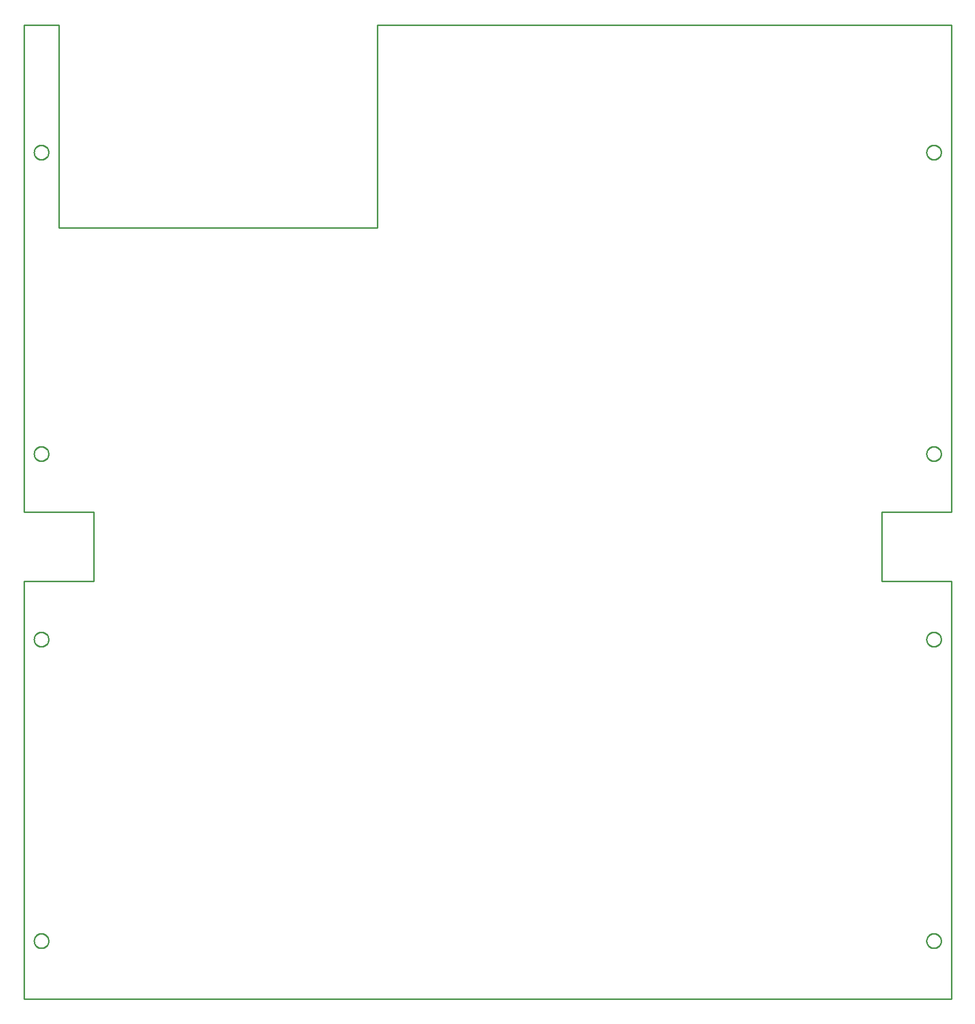
<source format=gko>
G04 EAGLE Gerber RS-274X export*
G75*
%MOMM*%
%FSLAX34Y34*%
%LPD*%
%INBoard Outline*%
%IPPOS*%
%AMOC8*
5,1,8,0,0,1.08239X$1,22.5*%
G01*
%ADD10C,0.000000*%
%ADD11C,0.152400*%
%ADD12C,0.254000*%


D10*
X1557500Y1460000D02*
X1557504Y1460307D01*
X1557515Y1460613D01*
X1557534Y1460920D01*
X1557560Y1461225D01*
X1557594Y1461530D01*
X1557635Y1461834D01*
X1557684Y1462137D01*
X1557740Y1462439D01*
X1557804Y1462739D01*
X1557875Y1463037D01*
X1557953Y1463334D01*
X1558038Y1463629D01*
X1558131Y1463921D01*
X1558231Y1464211D01*
X1558338Y1464499D01*
X1558452Y1464784D01*
X1558572Y1465066D01*
X1558700Y1465344D01*
X1558835Y1465620D01*
X1558976Y1465892D01*
X1559124Y1466161D01*
X1559278Y1466426D01*
X1559439Y1466687D01*
X1559607Y1466945D01*
X1559780Y1467198D01*
X1559960Y1467446D01*
X1560146Y1467690D01*
X1560337Y1467930D01*
X1560535Y1468165D01*
X1560738Y1468394D01*
X1560947Y1468619D01*
X1561161Y1468839D01*
X1561381Y1469053D01*
X1561606Y1469262D01*
X1561835Y1469465D01*
X1562070Y1469663D01*
X1562310Y1469854D01*
X1562554Y1470040D01*
X1562802Y1470220D01*
X1563055Y1470393D01*
X1563313Y1470561D01*
X1563574Y1470722D01*
X1563839Y1470876D01*
X1564108Y1471024D01*
X1564380Y1471165D01*
X1564656Y1471300D01*
X1564934Y1471428D01*
X1565216Y1471548D01*
X1565501Y1471662D01*
X1565789Y1471769D01*
X1566079Y1471869D01*
X1566371Y1471962D01*
X1566666Y1472047D01*
X1566963Y1472125D01*
X1567261Y1472196D01*
X1567561Y1472260D01*
X1567863Y1472316D01*
X1568166Y1472365D01*
X1568470Y1472406D01*
X1568775Y1472440D01*
X1569080Y1472466D01*
X1569387Y1472485D01*
X1569693Y1472496D01*
X1570000Y1472500D01*
X1570307Y1472496D01*
X1570613Y1472485D01*
X1570920Y1472466D01*
X1571225Y1472440D01*
X1571530Y1472406D01*
X1571834Y1472365D01*
X1572137Y1472316D01*
X1572439Y1472260D01*
X1572739Y1472196D01*
X1573037Y1472125D01*
X1573334Y1472047D01*
X1573629Y1471962D01*
X1573921Y1471869D01*
X1574211Y1471769D01*
X1574499Y1471662D01*
X1574784Y1471548D01*
X1575066Y1471428D01*
X1575344Y1471300D01*
X1575620Y1471165D01*
X1575892Y1471024D01*
X1576161Y1470876D01*
X1576426Y1470722D01*
X1576687Y1470561D01*
X1576945Y1470393D01*
X1577198Y1470220D01*
X1577446Y1470040D01*
X1577690Y1469854D01*
X1577930Y1469663D01*
X1578165Y1469465D01*
X1578394Y1469262D01*
X1578619Y1469053D01*
X1578839Y1468839D01*
X1579053Y1468619D01*
X1579262Y1468394D01*
X1579465Y1468165D01*
X1579663Y1467930D01*
X1579854Y1467690D01*
X1580040Y1467446D01*
X1580220Y1467198D01*
X1580393Y1466945D01*
X1580561Y1466687D01*
X1580722Y1466426D01*
X1580876Y1466161D01*
X1581024Y1465892D01*
X1581165Y1465620D01*
X1581300Y1465344D01*
X1581428Y1465066D01*
X1581548Y1464784D01*
X1581662Y1464499D01*
X1581769Y1464211D01*
X1581869Y1463921D01*
X1581962Y1463629D01*
X1582047Y1463334D01*
X1582125Y1463037D01*
X1582196Y1462739D01*
X1582260Y1462439D01*
X1582316Y1462137D01*
X1582365Y1461834D01*
X1582406Y1461530D01*
X1582440Y1461225D01*
X1582466Y1460920D01*
X1582485Y1460613D01*
X1582496Y1460307D01*
X1582500Y1460000D01*
X1582496Y1459693D01*
X1582485Y1459387D01*
X1582466Y1459080D01*
X1582440Y1458775D01*
X1582406Y1458470D01*
X1582365Y1458166D01*
X1582316Y1457863D01*
X1582260Y1457561D01*
X1582196Y1457261D01*
X1582125Y1456963D01*
X1582047Y1456666D01*
X1581962Y1456371D01*
X1581869Y1456079D01*
X1581769Y1455789D01*
X1581662Y1455501D01*
X1581548Y1455216D01*
X1581428Y1454934D01*
X1581300Y1454656D01*
X1581165Y1454380D01*
X1581024Y1454108D01*
X1580876Y1453839D01*
X1580722Y1453574D01*
X1580561Y1453313D01*
X1580393Y1453055D01*
X1580220Y1452802D01*
X1580040Y1452554D01*
X1579854Y1452310D01*
X1579663Y1452070D01*
X1579465Y1451835D01*
X1579262Y1451606D01*
X1579053Y1451381D01*
X1578839Y1451161D01*
X1578619Y1450947D01*
X1578394Y1450738D01*
X1578165Y1450535D01*
X1577930Y1450337D01*
X1577690Y1450146D01*
X1577446Y1449960D01*
X1577198Y1449780D01*
X1576945Y1449607D01*
X1576687Y1449439D01*
X1576426Y1449278D01*
X1576161Y1449124D01*
X1575892Y1448976D01*
X1575620Y1448835D01*
X1575344Y1448700D01*
X1575066Y1448572D01*
X1574784Y1448452D01*
X1574499Y1448338D01*
X1574211Y1448231D01*
X1573921Y1448131D01*
X1573629Y1448038D01*
X1573334Y1447953D01*
X1573037Y1447875D01*
X1572739Y1447804D01*
X1572439Y1447740D01*
X1572137Y1447684D01*
X1571834Y1447635D01*
X1571530Y1447594D01*
X1571225Y1447560D01*
X1570920Y1447534D01*
X1570613Y1447515D01*
X1570307Y1447504D01*
X1570000Y1447500D01*
X1569693Y1447504D01*
X1569387Y1447515D01*
X1569080Y1447534D01*
X1568775Y1447560D01*
X1568470Y1447594D01*
X1568166Y1447635D01*
X1567863Y1447684D01*
X1567561Y1447740D01*
X1567261Y1447804D01*
X1566963Y1447875D01*
X1566666Y1447953D01*
X1566371Y1448038D01*
X1566079Y1448131D01*
X1565789Y1448231D01*
X1565501Y1448338D01*
X1565216Y1448452D01*
X1564934Y1448572D01*
X1564656Y1448700D01*
X1564380Y1448835D01*
X1564108Y1448976D01*
X1563839Y1449124D01*
X1563574Y1449278D01*
X1563313Y1449439D01*
X1563055Y1449607D01*
X1562802Y1449780D01*
X1562554Y1449960D01*
X1562310Y1450146D01*
X1562070Y1450337D01*
X1561835Y1450535D01*
X1561606Y1450738D01*
X1561381Y1450947D01*
X1561161Y1451161D01*
X1560947Y1451381D01*
X1560738Y1451606D01*
X1560535Y1451835D01*
X1560337Y1452070D01*
X1560146Y1452310D01*
X1559960Y1452554D01*
X1559780Y1452802D01*
X1559607Y1453055D01*
X1559439Y1453313D01*
X1559278Y1453574D01*
X1559124Y1453839D01*
X1558976Y1454108D01*
X1558835Y1454380D01*
X1558700Y1454656D01*
X1558572Y1454934D01*
X1558452Y1455216D01*
X1558338Y1455501D01*
X1558231Y1455789D01*
X1558131Y1456079D01*
X1558038Y1456371D01*
X1557953Y1456666D01*
X1557875Y1456963D01*
X1557804Y1457261D01*
X1557740Y1457561D01*
X1557684Y1457863D01*
X1557635Y1458166D01*
X1557594Y1458470D01*
X1557560Y1458775D01*
X1557534Y1459080D01*
X1557515Y1459387D01*
X1557504Y1459693D01*
X1557500Y1460000D01*
X17500Y1460000D02*
X17504Y1460307D01*
X17515Y1460613D01*
X17534Y1460920D01*
X17560Y1461225D01*
X17594Y1461530D01*
X17635Y1461834D01*
X17684Y1462137D01*
X17740Y1462439D01*
X17804Y1462739D01*
X17875Y1463037D01*
X17953Y1463334D01*
X18038Y1463629D01*
X18131Y1463921D01*
X18231Y1464211D01*
X18338Y1464499D01*
X18452Y1464784D01*
X18572Y1465066D01*
X18700Y1465344D01*
X18835Y1465620D01*
X18976Y1465892D01*
X19124Y1466161D01*
X19278Y1466426D01*
X19439Y1466687D01*
X19607Y1466945D01*
X19780Y1467198D01*
X19960Y1467446D01*
X20146Y1467690D01*
X20337Y1467930D01*
X20535Y1468165D01*
X20738Y1468394D01*
X20947Y1468619D01*
X21161Y1468839D01*
X21381Y1469053D01*
X21606Y1469262D01*
X21835Y1469465D01*
X22070Y1469663D01*
X22310Y1469854D01*
X22554Y1470040D01*
X22802Y1470220D01*
X23055Y1470393D01*
X23313Y1470561D01*
X23574Y1470722D01*
X23839Y1470876D01*
X24108Y1471024D01*
X24380Y1471165D01*
X24656Y1471300D01*
X24934Y1471428D01*
X25216Y1471548D01*
X25501Y1471662D01*
X25789Y1471769D01*
X26079Y1471869D01*
X26371Y1471962D01*
X26666Y1472047D01*
X26963Y1472125D01*
X27261Y1472196D01*
X27561Y1472260D01*
X27863Y1472316D01*
X28166Y1472365D01*
X28470Y1472406D01*
X28775Y1472440D01*
X29080Y1472466D01*
X29387Y1472485D01*
X29693Y1472496D01*
X30000Y1472500D01*
X30307Y1472496D01*
X30613Y1472485D01*
X30920Y1472466D01*
X31225Y1472440D01*
X31530Y1472406D01*
X31834Y1472365D01*
X32137Y1472316D01*
X32439Y1472260D01*
X32739Y1472196D01*
X33037Y1472125D01*
X33334Y1472047D01*
X33629Y1471962D01*
X33921Y1471869D01*
X34211Y1471769D01*
X34499Y1471662D01*
X34784Y1471548D01*
X35066Y1471428D01*
X35344Y1471300D01*
X35620Y1471165D01*
X35892Y1471024D01*
X36161Y1470876D01*
X36426Y1470722D01*
X36687Y1470561D01*
X36945Y1470393D01*
X37198Y1470220D01*
X37446Y1470040D01*
X37690Y1469854D01*
X37930Y1469663D01*
X38165Y1469465D01*
X38394Y1469262D01*
X38619Y1469053D01*
X38839Y1468839D01*
X39053Y1468619D01*
X39262Y1468394D01*
X39465Y1468165D01*
X39663Y1467930D01*
X39854Y1467690D01*
X40040Y1467446D01*
X40220Y1467198D01*
X40393Y1466945D01*
X40561Y1466687D01*
X40722Y1466426D01*
X40876Y1466161D01*
X41024Y1465892D01*
X41165Y1465620D01*
X41300Y1465344D01*
X41428Y1465066D01*
X41548Y1464784D01*
X41662Y1464499D01*
X41769Y1464211D01*
X41869Y1463921D01*
X41962Y1463629D01*
X42047Y1463334D01*
X42125Y1463037D01*
X42196Y1462739D01*
X42260Y1462439D01*
X42316Y1462137D01*
X42365Y1461834D01*
X42406Y1461530D01*
X42440Y1461225D01*
X42466Y1460920D01*
X42485Y1460613D01*
X42496Y1460307D01*
X42500Y1460000D01*
X42496Y1459693D01*
X42485Y1459387D01*
X42466Y1459080D01*
X42440Y1458775D01*
X42406Y1458470D01*
X42365Y1458166D01*
X42316Y1457863D01*
X42260Y1457561D01*
X42196Y1457261D01*
X42125Y1456963D01*
X42047Y1456666D01*
X41962Y1456371D01*
X41869Y1456079D01*
X41769Y1455789D01*
X41662Y1455501D01*
X41548Y1455216D01*
X41428Y1454934D01*
X41300Y1454656D01*
X41165Y1454380D01*
X41024Y1454108D01*
X40876Y1453839D01*
X40722Y1453574D01*
X40561Y1453313D01*
X40393Y1453055D01*
X40220Y1452802D01*
X40040Y1452554D01*
X39854Y1452310D01*
X39663Y1452070D01*
X39465Y1451835D01*
X39262Y1451606D01*
X39053Y1451381D01*
X38839Y1451161D01*
X38619Y1450947D01*
X38394Y1450738D01*
X38165Y1450535D01*
X37930Y1450337D01*
X37690Y1450146D01*
X37446Y1449960D01*
X37198Y1449780D01*
X36945Y1449607D01*
X36687Y1449439D01*
X36426Y1449278D01*
X36161Y1449124D01*
X35892Y1448976D01*
X35620Y1448835D01*
X35344Y1448700D01*
X35066Y1448572D01*
X34784Y1448452D01*
X34499Y1448338D01*
X34211Y1448231D01*
X33921Y1448131D01*
X33629Y1448038D01*
X33334Y1447953D01*
X33037Y1447875D01*
X32739Y1447804D01*
X32439Y1447740D01*
X32137Y1447684D01*
X31834Y1447635D01*
X31530Y1447594D01*
X31225Y1447560D01*
X30920Y1447534D01*
X30613Y1447515D01*
X30307Y1447504D01*
X30000Y1447500D01*
X29693Y1447504D01*
X29387Y1447515D01*
X29080Y1447534D01*
X28775Y1447560D01*
X28470Y1447594D01*
X28166Y1447635D01*
X27863Y1447684D01*
X27561Y1447740D01*
X27261Y1447804D01*
X26963Y1447875D01*
X26666Y1447953D01*
X26371Y1448038D01*
X26079Y1448131D01*
X25789Y1448231D01*
X25501Y1448338D01*
X25216Y1448452D01*
X24934Y1448572D01*
X24656Y1448700D01*
X24380Y1448835D01*
X24108Y1448976D01*
X23839Y1449124D01*
X23574Y1449278D01*
X23313Y1449439D01*
X23055Y1449607D01*
X22802Y1449780D01*
X22554Y1449960D01*
X22310Y1450146D01*
X22070Y1450337D01*
X21835Y1450535D01*
X21606Y1450738D01*
X21381Y1450947D01*
X21161Y1451161D01*
X20947Y1451381D01*
X20738Y1451606D01*
X20535Y1451835D01*
X20337Y1452070D01*
X20146Y1452310D01*
X19960Y1452554D01*
X19780Y1452802D01*
X19607Y1453055D01*
X19439Y1453313D01*
X19278Y1453574D01*
X19124Y1453839D01*
X18976Y1454108D01*
X18835Y1454380D01*
X18700Y1454656D01*
X18572Y1454934D01*
X18452Y1455216D01*
X18338Y1455501D01*
X18231Y1455789D01*
X18131Y1456079D01*
X18038Y1456371D01*
X17953Y1456666D01*
X17875Y1456963D01*
X17804Y1457261D01*
X17740Y1457561D01*
X17684Y1457863D01*
X17635Y1458166D01*
X17594Y1458470D01*
X17560Y1458775D01*
X17534Y1459080D01*
X17515Y1459387D01*
X17504Y1459693D01*
X17500Y1460000D01*
X1557500Y940000D02*
X1557504Y940307D01*
X1557515Y940613D01*
X1557534Y940920D01*
X1557560Y941225D01*
X1557594Y941530D01*
X1557635Y941834D01*
X1557684Y942137D01*
X1557740Y942439D01*
X1557804Y942739D01*
X1557875Y943037D01*
X1557953Y943334D01*
X1558038Y943629D01*
X1558131Y943921D01*
X1558231Y944211D01*
X1558338Y944499D01*
X1558452Y944784D01*
X1558572Y945066D01*
X1558700Y945344D01*
X1558835Y945620D01*
X1558976Y945892D01*
X1559124Y946161D01*
X1559278Y946426D01*
X1559439Y946687D01*
X1559607Y946945D01*
X1559780Y947198D01*
X1559960Y947446D01*
X1560146Y947690D01*
X1560337Y947930D01*
X1560535Y948165D01*
X1560738Y948394D01*
X1560947Y948619D01*
X1561161Y948839D01*
X1561381Y949053D01*
X1561606Y949262D01*
X1561835Y949465D01*
X1562070Y949663D01*
X1562310Y949854D01*
X1562554Y950040D01*
X1562802Y950220D01*
X1563055Y950393D01*
X1563313Y950561D01*
X1563574Y950722D01*
X1563839Y950876D01*
X1564108Y951024D01*
X1564380Y951165D01*
X1564656Y951300D01*
X1564934Y951428D01*
X1565216Y951548D01*
X1565501Y951662D01*
X1565789Y951769D01*
X1566079Y951869D01*
X1566371Y951962D01*
X1566666Y952047D01*
X1566963Y952125D01*
X1567261Y952196D01*
X1567561Y952260D01*
X1567863Y952316D01*
X1568166Y952365D01*
X1568470Y952406D01*
X1568775Y952440D01*
X1569080Y952466D01*
X1569387Y952485D01*
X1569693Y952496D01*
X1570000Y952500D01*
X1570307Y952496D01*
X1570613Y952485D01*
X1570920Y952466D01*
X1571225Y952440D01*
X1571530Y952406D01*
X1571834Y952365D01*
X1572137Y952316D01*
X1572439Y952260D01*
X1572739Y952196D01*
X1573037Y952125D01*
X1573334Y952047D01*
X1573629Y951962D01*
X1573921Y951869D01*
X1574211Y951769D01*
X1574499Y951662D01*
X1574784Y951548D01*
X1575066Y951428D01*
X1575344Y951300D01*
X1575620Y951165D01*
X1575892Y951024D01*
X1576161Y950876D01*
X1576426Y950722D01*
X1576687Y950561D01*
X1576945Y950393D01*
X1577198Y950220D01*
X1577446Y950040D01*
X1577690Y949854D01*
X1577930Y949663D01*
X1578165Y949465D01*
X1578394Y949262D01*
X1578619Y949053D01*
X1578839Y948839D01*
X1579053Y948619D01*
X1579262Y948394D01*
X1579465Y948165D01*
X1579663Y947930D01*
X1579854Y947690D01*
X1580040Y947446D01*
X1580220Y947198D01*
X1580393Y946945D01*
X1580561Y946687D01*
X1580722Y946426D01*
X1580876Y946161D01*
X1581024Y945892D01*
X1581165Y945620D01*
X1581300Y945344D01*
X1581428Y945066D01*
X1581548Y944784D01*
X1581662Y944499D01*
X1581769Y944211D01*
X1581869Y943921D01*
X1581962Y943629D01*
X1582047Y943334D01*
X1582125Y943037D01*
X1582196Y942739D01*
X1582260Y942439D01*
X1582316Y942137D01*
X1582365Y941834D01*
X1582406Y941530D01*
X1582440Y941225D01*
X1582466Y940920D01*
X1582485Y940613D01*
X1582496Y940307D01*
X1582500Y940000D01*
X1582496Y939693D01*
X1582485Y939387D01*
X1582466Y939080D01*
X1582440Y938775D01*
X1582406Y938470D01*
X1582365Y938166D01*
X1582316Y937863D01*
X1582260Y937561D01*
X1582196Y937261D01*
X1582125Y936963D01*
X1582047Y936666D01*
X1581962Y936371D01*
X1581869Y936079D01*
X1581769Y935789D01*
X1581662Y935501D01*
X1581548Y935216D01*
X1581428Y934934D01*
X1581300Y934656D01*
X1581165Y934380D01*
X1581024Y934108D01*
X1580876Y933839D01*
X1580722Y933574D01*
X1580561Y933313D01*
X1580393Y933055D01*
X1580220Y932802D01*
X1580040Y932554D01*
X1579854Y932310D01*
X1579663Y932070D01*
X1579465Y931835D01*
X1579262Y931606D01*
X1579053Y931381D01*
X1578839Y931161D01*
X1578619Y930947D01*
X1578394Y930738D01*
X1578165Y930535D01*
X1577930Y930337D01*
X1577690Y930146D01*
X1577446Y929960D01*
X1577198Y929780D01*
X1576945Y929607D01*
X1576687Y929439D01*
X1576426Y929278D01*
X1576161Y929124D01*
X1575892Y928976D01*
X1575620Y928835D01*
X1575344Y928700D01*
X1575066Y928572D01*
X1574784Y928452D01*
X1574499Y928338D01*
X1574211Y928231D01*
X1573921Y928131D01*
X1573629Y928038D01*
X1573334Y927953D01*
X1573037Y927875D01*
X1572739Y927804D01*
X1572439Y927740D01*
X1572137Y927684D01*
X1571834Y927635D01*
X1571530Y927594D01*
X1571225Y927560D01*
X1570920Y927534D01*
X1570613Y927515D01*
X1570307Y927504D01*
X1570000Y927500D01*
X1569693Y927504D01*
X1569387Y927515D01*
X1569080Y927534D01*
X1568775Y927560D01*
X1568470Y927594D01*
X1568166Y927635D01*
X1567863Y927684D01*
X1567561Y927740D01*
X1567261Y927804D01*
X1566963Y927875D01*
X1566666Y927953D01*
X1566371Y928038D01*
X1566079Y928131D01*
X1565789Y928231D01*
X1565501Y928338D01*
X1565216Y928452D01*
X1564934Y928572D01*
X1564656Y928700D01*
X1564380Y928835D01*
X1564108Y928976D01*
X1563839Y929124D01*
X1563574Y929278D01*
X1563313Y929439D01*
X1563055Y929607D01*
X1562802Y929780D01*
X1562554Y929960D01*
X1562310Y930146D01*
X1562070Y930337D01*
X1561835Y930535D01*
X1561606Y930738D01*
X1561381Y930947D01*
X1561161Y931161D01*
X1560947Y931381D01*
X1560738Y931606D01*
X1560535Y931835D01*
X1560337Y932070D01*
X1560146Y932310D01*
X1559960Y932554D01*
X1559780Y932802D01*
X1559607Y933055D01*
X1559439Y933313D01*
X1559278Y933574D01*
X1559124Y933839D01*
X1558976Y934108D01*
X1558835Y934380D01*
X1558700Y934656D01*
X1558572Y934934D01*
X1558452Y935216D01*
X1558338Y935501D01*
X1558231Y935789D01*
X1558131Y936079D01*
X1558038Y936371D01*
X1557953Y936666D01*
X1557875Y936963D01*
X1557804Y937261D01*
X1557740Y937561D01*
X1557684Y937863D01*
X1557635Y938166D01*
X1557594Y938470D01*
X1557560Y938775D01*
X1557534Y939080D01*
X1557515Y939387D01*
X1557504Y939693D01*
X1557500Y940000D01*
X17500Y940000D02*
X17504Y940307D01*
X17515Y940613D01*
X17534Y940920D01*
X17560Y941225D01*
X17594Y941530D01*
X17635Y941834D01*
X17684Y942137D01*
X17740Y942439D01*
X17804Y942739D01*
X17875Y943037D01*
X17953Y943334D01*
X18038Y943629D01*
X18131Y943921D01*
X18231Y944211D01*
X18338Y944499D01*
X18452Y944784D01*
X18572Y945066D01*
X18700Y945344D01*
X18835Y945620D01*
X18976Y945892D01*
X19124Y946161D01*
X19278Y946426D01*
X19439Y946687D01*
X19607Y946945D01*
X19780Y947198D01*
X19960Y947446D01*
X20146Y947690D01*
X20337Y947930D01*
X20535Y948165D01*
X20738Y948394D01*
X20947Y948619D01*
X21161Y948839D01*
X21381Y949053D01*
X21606Y949262D01*
X21835Y949465D01*
X22070Y949663D01*
X22310Y949854D01*
X22554Y950040D01*
X22802Y950220D01*
X23055Y950393D01*
X23313Y950561D01*
X23574Y950722D01*
X23839Y950876D01*
X24108Y951024D01*
X24380Y951165D01*
X24656Y951300D01*
X24934Y951428D01*
X25216Y951548D01*
X25501Y951662D01*
X25789Y951769D01*
X26079Y951869D01*
X26371Y951962D01*
X26666Y952047D01*
X26963Y952125D01*
X27261Y952196D01*
X27561Y952260D01*
X27863Y952316D01*
X28166Y952365D01*
X28470Y952406D01*
X28775Y952440D01*
X29080Y952466D01*
X29387Y952485D01*
X29693Y952496D01*
X30000Y952500D01*
X30307Y952496D01*
X30613Y952485D01*
X30920Y952466D01*
X31225Y952440D01*
X31530Y952406D01*
X31834Y952365D01*
X32137Y952316D01*
X32439Y952260D01*
X32739Y952196D01*
X33037Y952125D01*
X33334Y952047D01*
X33629Y951962D01*
X33921Y951869D01*
X34211Y951769D01*
X34499Y951662D01*
X34784Y951548D01*
X35066Y951428D01*
X35344Y951300D01*
X35620Y951165D01*
X35892Y951024D01*
X36161Y950876D01*
X36426Y950722D01*
X36687Y950561D01*
X36945Y950393D01*
X37198Y950220D01*
X37446Y950040D01*
X37690Y949854D01*
X37930Y949663D01*
X38165Y949465D01*
X38394Y949262D01*
X38619Y949053D01*
X38839Y948839D01*
X39053Y948619D01*
X39262Y948394D01*
X39465Y948165D01*
X39663Y947930D01*
X39854Y947690D01*
X40040Y947446D01*
X40220Y947198D01*
X40393Y946945D01*
X40561Y946687D01*
X40722Y946426D01*
X40876Y946161D01*
X41024Y945892D01*
X41165Y945620D01*
X41300Y945344D01*
X41428Y945066D01*
X41548Y944784D01*
X41662Y944499D01*
X41769Y944211D01*
X41869Y943921D01*
X41962Y943629D01*
X42047Y943334D01*
X42125Y943037D01*
X42196Y942739D01*
X42260Y942439D01*
X42316Y942137D01*
X42365Y941834D01*
X42406Y941530D01*
X42440Y941225D01*
X42466Y940920D01*
X42485Y940613D01*
X42496Y940307D01*
X42500Y940000D01*
X42496Y939693D01*
X42485Y939387D01*
X42466Y939080D01*
X42440Y938775D01*
X42406Y938470D01*
X42365Y938166D01*
X42316Y937863D01*
X42260Y937561D01*
X42196Y937261D01*
X42125Y936963D01*
X42047Y936666D01*
X41962Y936371D01*
X41869Y936079D01*
X41769Y935789D01*
X41662Y935501D01*
X41548Y935216D01*
X41428Y934934D01*
X41300Y934656D01*
X41165Y934380D01*
X41024Y934108D01*
X40876Y933839D01*
X40722Y933574D01*
X40561Y933313D01*
X40393Y933055D01*
X40220Y932802D01*
X40040Y932554D01*
X39854Y932310D01*
X39663Y932070D01*
X39465Y931835D01*
X39262Y931606D01*
X39053Y931381D01*
X38839Y931161D01*
X38619Y930947D01*
X38394Y930738D01*
X38165Y930535D01*
X37930Y930337D01*
X37690Y930146D01*
X37446Y929960D01*
X37198Y929780D01*
X36945Y929607D01*
X36687Y929439D01*
X36426Y929278D01*
X36161Y929124D01*
X35892Y928976D01*
X35620Y928835D01*
X35344Y928700D01*
X35066Y928572D01*
X34784Y928452D01*
X34499Y928338D01*
X34211Y928231D01*
X33921Y928131D01*
X33629Y928038D01*
X33334Y927953D01*
X33037Y927875D01*
X32739Y927804D01*
X32439Y927740D01*
X32137Y927684D01*
X31834Y927635D01*
X31530Y927594D01*
X31225Y927560D01*
X30920Y927534D01*
X30613Y927515D01*
X30307Y927504D01*
X30000Y927500D01*
X29693Y927504D01*
X29387Y927515D01*
X29080Y927534D01*
X28775Y927560D01*
X28470Y927594D01*
X28166Y927635D01*
X27863Y927684D01*
X27561Y927740D01*
X27261Y927804D01*
X26963Y927875D01*
X26666Y927953D01*
X26371Y928038D01*
X26079Y928131D01*
X25789Y928231D01*
X25501Y928338D01*
X25216Y928452D01*
X24934Y928572D01*
X24656Y928700D01*
X24380Y928835D01*
X24108Y928976D01*
X23839Y929124D01*
X23574Y929278D01*
X23313Y929439D01*
X23055Y929607D01*
X22802Y929780D01*
X22554Y929960D01*
X22310Y930146D01*
X22070Y930337D01*
X21835Y930535D01*
X21606Y930738D01*
X21381Y930947D01*
X21161Y931161D01*
X20947Y931381D01*
X20738Y931606D01*
X20535Y931835D01*
X20337Y932070D01*
X20146Y932310D01*
X19960Y932554D01*
X19780Y932802D01*
X19607Y933055D01*
X19439Y933313D01*
X19278Y933574D01*
X19124Y933839D01*
X18976Y934108D01*
X18835Y934380D01*
X18700Y934656D01*
X18572Y934934D01*
X18452Y935216D01*
X18338Y935501D01*
X18231Y935789D01*
X18131Y936079D01*
X18038Y936371D01*
X17953Y936666D01*
X17875Y936963D01*
X17804Y937261D01*
X17740Y937561D01*
X17684Y937863D01*
X17635Y938166D01*
X17594Y938470D01*
X17560Y938775D01*
X17534Y939080D01*
X17515Y939387D01*
X17504Y939693D01*
X17500Y940000D01*
X1557500Y620000D02*
X1557504Y620307D01*
X1557515Y620613D01*
X1557534Y620920D01*
X1557560Y621225D01*
X1557594Y621530D01*
X1557635Y621834D01*
X1557684Y622137D01*
X1557740Y622439D01*
X1557804Y622739D01*
X1557875Y623037D01*
X1557953Y623334D01*
X1558038Y623629D01*
X1558131Y623921D01*
X1558231Y624211D01*
X1558338Y624499D01*
X1558452Y624784D01*
X1558572Y625066D01*
X1558700Y625344D01*
X1558835Y625620D01*
X1558976Y625892D01*
X1559124Y626161D01*
X1559278Y626426D01*
X1559439Y626687D01*
X1559607Y626945D01*
X1559780Y627198D01*
X1559960Y627446D01*
X1560146Y627690D01*
X1560337Y627930D01*
X1560535Y628165D01*
X1560738Y628394D01*
X1560947Y628619D01*
X1561161Y628839D01*
X1561381Y629053D01*
X1561606Y629262D01*
X1561835Y629465D01*
X1562070Y629663D01*
X1562310Y629854D01*
X1562554Y630040D01*
X1562802Y630220D01*
X1563055Y630393D01*
X1563313Y630561D01*
X1563574Y630722D01*
X1563839Y630876D01*
X1564108Y631024D01*
X1564380Y631165D01*
X1564656Y631300D01*
X1564934Y631428D01*
X1565216Y631548D01*
X1565501Y631662D01*
X1565789Y631769D01*
X1566079Y631869D01*
X1566371Y631962D01*
X1566666Y632047D01*
X1566963Y632125D01*
X1567261Y632196D01*
X1567561Y632260D01*
X1567863Y632316D01*
X1568166Y632365D01*
X1568470Y632406D01*
X1568775Y632440D01*
X1569080Y632466D01*
X1569387Y632485D01*
X1569693Y632496D01*
X1570000Y632500D01*
X1570307Y632496D01*
X1570613Y632485D01*
X1570920Y632466D01*
X1571225Y632440D01*
X1571530Y632406D01*
X1571834Y632365D01*
X1572137Y632316D01*
X1572439Y632260D01*
X1572739Y632196D01*
X1573037Y632125D01*
X1573334Y632047D01*
X1573629Y631962D01*
X1573921Y631869D01*
X1574211Y631769D01*
X1574499Y631662D01*
X1574784Y631548D01*
X1575066Y631428D01*
X1575344Y631300D01*
X1575620Y631165D01*
X1575892Y631024D01*
X1576161Y630876D01*
X1576426Y630722D01*
X1576687Y630561D01*
X1576945Y630393D01*
X1577198Y630220D01*
X1577446Y630040D01*
X1577690Y629854D01*
X1577930Y629663D01*
X1578165Y629465D01*
X1578394Y629262D01*
X1578619Y629053D01*
X1578839Y628839D01*
X1579053Y628619D01*
X1579262Y628394D01*
X1579465Y628165D01*
X1579663Y627930D01*
X1579854Y627690D01*
X1580040Y627446D01*
X1580220Y627198D01*
X1580393Y626945D01*
X1580561Y626687D01*
X1580722Y626426D01*
X1580876Y626161D01*
X1581024Y625892D01*
X1581165Y625620D01*
X1581300Y625344D01*
X1581428Y625066D01*
X1581548Y624784D01*
X1581662Y624499D01*
X1581769Y624211D01*
X1581869Y623921D01*
X1581962Y623629D01*
X1582047Y623334D01*
X1582125Y623037D01*
X1582196Y622739D01*
X1582260Y622439D01*
X1582316Y622137D01*
X1582365Y621834D01*
X1582406Y621530D01*
X1582440Y621225D01*
X1582466Y620920D01*
X1582485Y620613D01*
X1582496Y620307D01*
X1582500Y620000D01*
X1582496Y619693D01*
X1582485Y619387D01*
X1582466Y619080D01*
X1582440Y618775D01*
X1582406Y618470D01*
X1582365Y618166D01*
X1582316Y617863D01*
X1582260Y617561D01*
X1582196Y617261D01*
X1582125Y616963D01*
X1582047Y616666D01*
X1581962Y616371D01*
X1581869Y616079D01*
X1581769Y615789D01*
X1581662Y615501D01*
X1581548Y615216D01*
X1581428Y614934D01*
X1581300Y614656D01*
X1581165Y614380D01*
X1581024Y614108D01*
X1580876Y613839D01*
X1580722Y613574D01*
X1580561Y613313D01*
X1580393Y613055D01*
X1580220Y612802D01*
X1580040Y612554D01*
X1579854Y612310D01*
X1579663Y612070D01*
X1579465Y611835D01*
X1579262Y611606D01*
X1579053Y611381D01*
X1578839Y611161D01*
X1578619Y610947D01*
X1578394Y610738D01*
X1578165Y610535D01*
X1577930Y610337D01*
X1577690Y610146D01*
X1577446Y609960D01*
X1577198Y609780D01*
X1576945Y609607D01*
X1576687Y609439D01*
X1576426Y609278D01*
X1576161Y609124D01*
X1575892Y608976D01*
X1575620Y608835D01*
X1575344Y608700D01*
X1575066Y608572D01*
X1574784Y608452D01*
X1574499Y608338D01*
X1574211Y608231D01*
X1573921Y608131D01*
X1573629Y608038D01*
X1573334Y607953D01*
X1573037Y607875D01*
X1572739Y607804D01*
X1572439Y607740D01*
X1572137Y607684D01*
X1571834Y607635D01*
X1571530Y607594D01*
X1571225Y607560D01*
X1570920Y607534D01*
X1570613Y607515D01*
X1570307Y607504D01*
X1570000Y607500D01*
X1569693Y607504D01*
X1569387Y607515D01*
X1569080Y607534D01*
X1568775Y607560D01*
X1568470Y607594D01*
X1568166Y607635D01*
X1567863Y607684D01*
X1567561Y607740D01*
X1567261Y607804D01*
X1566963Y607875D01*
X1566666Y607953D01*
X1566371Y608038D01*
X1566079Y608131D01*
X1565789Y608231D01*
X1565501Y608338D01*
X1565216Y608452D01*
X1564934Y608572D01*
X1564656Y608700D01*
X1564380Y608835D01*
X1564108Y608976D01*
X1563839Y609124D01*
X1563574Y609278D01*
X1563313Y609439D01*
X1563055Y609607D01*
X1562802Y609780D01*
X1562554Y609960D01*
X1562310Y610146D01*
X1562070Y610337D01*
X1561835Y610535D01*
X1561606Y610738D01*
X1561381Y610947D01*
X1561161Y611161D01*
X1560947Y611381D01*
X1560738Y611606D01*
X1560535Y611835D01*
X1560337Y612070D01*
X1560146Y612310D01*
X1559960Y612554D01*
X1559780Y612802D01*
X1559607Y613055D01*
X1559439Y613313D01*
X1559278Y613574D01*
X1559124Y613839D01*
X1558976Y614108D01*
X1558835Y614380D01*
X1558700Y614656D01*
X1558572Y614934D01*
X1558452Y615216D01*
X1558338Y615501D01*
X1558231Y615789D01*
X1558131Y616079D01*
X1558038Y616371D01*
X1557953Y616666D01*
X1557875Y616963D01*
X1557804Y617261D01*
X1557740Y617561D01*
X1557684Y617863D01*
X1557635Y618166D01*
X1557594Y618470D01*
X1557560Y618775D01*
X1557534Y619080D01*
X1557515Y619387D01*
X1557504Y619693D01*
X1557500Y620000D01*
X17500Y620000D02*
X17504Y620307D01*
X17515Y620613D01*
X17534Y620920D01*
X17560Y621225D01*
X17594Y621530D01*
X17635Y621834D01*
X17684Y622137D01*
X17740Y622439D01*
X17804Y622739D01*
X17875Y623037D01*
X17953Y623334D01*
X18038Y623629D01*
X18131Y623921D01*
X18231Y624211D01*
X18338Y624499D01*
X18452Y624784D01*
X18572Y625066D01*
X18700Y625344D01*
X18835Y625620D01*
X18976Y625892D01*
X19124Y626161D01*
X19278Y626426D01*
X19439Y626687D01*
X19607Y626945D01*
X19780Y627198D01*
X19960Y627446D01*
X20146Y627690D01*
X20337Y627930D01*
X20535Y628165D01*
X20738Y628394D01*
X20947Y628619D01*
X21161Y628839D01*
X21381Y629053D01*
X21606Y629262D01*
X21835Y629465D01*
X22070Y629663D01*
X22310Y629854D01*
X22554Y630040D01*
X22802Y630220D01*
X23055Y630393D01*
X23313Y630561D01*
X23574Y630722D01*
X23839Y630876D01*
X24108Y631024D01*
X24380Y631165D01*
X24656Y631300D01*
X24934Y631428D01*
X25216Y631548D01*
X25501Y631662D01*
X25789Y631769D01*
X26079Y631869D01*
X26371Y631962D01*
X26666Y632047D01*
X26963Y632125D01*
X27261Y632196D01*
X27561Y632260D01*
X27863Y632316D01*
X28166Y632365D01*
X28470Y632406D01*
X28775Y632440D01*
X29080Y632466D01*
X29387Y632485D01*
X29693Y632496D01*
X30000Y632500D01*
X30307Y632496D01*
X30613Y632485D01*
X30920Y632466D01*
X31225Y632440D01*
X31530Y632406D01*
X31834Y632365D01*
X32137Y632316D01*
X32439Y632260D01*
X32739Y632196D01*
X33037Y632125D01*
X33334Y632047D01*
X33629Y631962D01*
X33921Y631869D01*
X34211Y631769D01*
X34499Y631662D01*
X34784Y631548D01*
X35066Y631428D01*
X35344Y631300D01*
X35620Y631165D01*
X35892Y631024D01*
X36161Y630876D01*
X36426Y630722D01*
X36687Y630561D01*
X36945Y630393D01*
X37198Y630220D01*
X37446Y630040D01*
X37690Y629854D01*
X37930Y629663D01*
X38165Y629465D01*
X38394Y629262D01*
X38619Y629053D01*
X38839Y628839D01*
X39053Y628619D01*
X39262Y628394D01*
X39465Y628165D01*
X39663Y627930D01*
X39854Y627690D01*
X40040Y627446D01*
X40220Y627198D01*
X40393Y626945D01*
X40561Y626687D01*
X40722Y626426D01*
X40876Y626161D01*
X41024Y625892D01*
X41165Y625620D01*
X41300Y625344D01*
X41428Y625066D01*
X41548Y624784D01*
X41662Y624499D01*
X41769Y624211D01*
X41869Y623921D01*
X41962Y623629D01*
X42047Y623334D01*
X42125Y623037D01*
X42196Y622739D01*
X42260Y622439D01*
X42316Y622137D01*
X42365Y621834D01*
X42406Y621530D01*
X42440Y621225D01*
X42466Y620920D01*
X42485Y620613D01*
X42496Y620307D01*
X42500Y620000D01*
X42496Y619693D01*
X42485Y619387D01*
X42466Y619080D01*
X42440Y618775D01*
X42406Y618470D01*
X42365Y618166D01*
X42316Y617863D01*
X42260Y617561D01*
X42196Y617261D01*
X42125Y616963D01*
X42047Y616666D01*
X41962Y616371D01*
X41869Y616079D01*
X41769Y615789D01*
X41662Y615501D01*
X41548Y615216D01*
X41428Y614934D01*
X41300Y614656D01*
X41165Y614380D01*
X41024Y614108D01*
X40876Y613839D01*
X40722Y613574D01*
X40561Y613313D01*
X40393Y613055D01*
X40220Y612802D01*
X40040Y612554D01*
X39854Y612310D01*
X39663Y612070D01*
X39465Y611835D01*
X39262Y611606D01*
X39053Y611381D01*
X38839Y611161D01*
X38619Y610947D01*
X38394Y610738D01*
X38165Y610535D01*
X37930Y610337D01*
X37690Y610146D01*
X37446Y609960D01*
X37198Y609780D01*
X36945Y609607D01*
X36687Y609439D01*
X36426Y609278D01*
X36161Y609124D01*
X35892Y608976D01*
X35620Y608835D01*
X35344Y608700D01*
X35066Y608572D01*
X34784Y608452D01*
X34499Y608338D01*
X34211Y608231D01*
X33921Y608131D01*
X33629Y608038D01*
X33334Y607953D01*
X33037Y607875D01*
X32739Y607804D01*
X32439Y607740D01*
X32137Y607684D01*
X31834Y607635D01*
X31530Y607594D01*
X31225Y607560D01*
X30920Y607534D01*
X30613Y607515D01*
X30307Y607504D01*
X30000Y607500D01*
X29693Y607504D01*
X29387Y607515D01*
X29080Y607534D01*
X28775Y607560D01*
X28470Y607594D01*
X28166Y607635D01*
X27863Y607684D01*
X27561Y607740D01*
X27261Y607804D01*
X26963Y607875D01*
X26666Y607953D01*
X26371Y608038D01*
X26079Y608131D01*
X25789Y608231D01*
X25501Y608338D01*
X25216Y608452D01*
X24934Y608572D01*
X24656Y608700D01*
X24380Y608835D01*
X24108Y608976D01*
X23839Y609124D01*
X23574Y609278D01*
X23313Y609439D01*
X23055Y609607D01*
X22802Y609780D01*
X22554Y609960D01*
X22310Y610146D01*
X22070Y610337D01*
X21835Y610535D01*
X21606Y610738D01*
X21381Y610947D01*
X21161Y611161D01*
X20947Y611381D01*
X20738Y611606D01*
X20535Y611835D01*
X20337Y612070D01*
X20146Y612310D01*
X19960Y612554D01*
X19780Y612802D01*
X19607Y613055D01*
X19439Y613313D01*
X19278Y613574D01*
X19124Y613839D01*
X18976Y614108D01*
X18835Y614380D01*
X18700Y614656D01*
X18572Y614934D01*
X18452Y615216D01*
X18338Y615501D01*
X18231Y615789D01*
X18131Y616079D01*
X18038Y616371D01*
X17953Y616666D01*
X17875Y616963D01*
X17804Y617261D01*
X17740Y617561D01*
X17684Y617863D01*
X17635Y618166D01*
X17594Y618470D01*
X17560Y618775D01*
X17534Y619080D01*
X17515Y619387D01*
X17504Y619693D01*
X17500Y620000D01*
X1557500Y100000D02*
X1557504Y100307D01*
X1557515Y100613D01*
X1557534Y100920D01*
X1557560Y101225D01*
X1557594Y101530D01*
X1557635Y101834D01*
X1557684Y102137D01*
X1557740Y102439D01*
X1557804Y102739D01*
X1557875Y103037D01*
X1557953Y103334D01*
X1558038Y103629D01*
X1558131Y103921D01*
X1558231Y104211D01*
X1558338Y104499D01*
X1558452Y104784D01*
X1558572Y105066D01*
X1558700Y105344D01*
X1558835Y105620D01*
X1558976Y105892D01*
X1559124Y106161D01*
X1559278Y106426D01*
X1559439Y106687D01*
X1559607Y106945D01*
X1559780Y107198D01*
X1559960Y107446D01*
X1560146Y107690D01*
X1560337Y107930D01*
X1560535Y108165D01*
X1560738Y108394D01*
X1560947Y108619D01*
X1561161Y108839D01*
X1561381Y109053D01*
X1561606Y109262D01*
X1561835Y109465D01*
X1562070Y109663D01*
X1562310Y109854D01*
X1562554Y110040D01*
X1562802Y110220D01*
X1563055Y110393D01*
X1563313Y110561D01*
X1563574Y110722D01*
X1563839Y110876D01*
X1564108Y111024D01*
X1564380Y111165D01*
X1564656Y111300D01*
X1564934Y111428D01*
X1565216Y111548D01*
X1565501Y111662D01*
X1565789Y111769D01*
X1566079Y111869D01*
X1566371Y111962D01*
X1566666Y112047D01*
X1566963Y112125D01*
X1567261Y112196D01*
X1567561Y112260D01*
X1567863Y112316D01*
X1568166Y112365D01*
X1568470Y112406D01*
X1568775Y112440D01*
X1569080Y112466D01*
X1569387Y112485D01*
X1569693Y112496D01*
X1570000Y112500D01*
X1570307Y112496D01*
X1570613Y112485D01*
X1570920Y112466D01*
X1571225Y112440D01*
X1571530Y112406D01*
X1571834Y112365D01*
X1572137Y112316D01*
X1572439Y112260D01*
X1572739Y112196D01*
X1573037Y112125D01*
X1573334Y112047D01*
X1573629Y111962D01*
X1573921Y111869D01*
X1574211Y111769D01*
X1574499Y111662D01*
X1574784Y111548D01*
X1575066Y111428D01*
X1575344Y111300D01*
X1575620Y111165D01*
X1575892Y111024D01*
X1576161Y110876D01*
X1576426Y110722D01*
X1576687Y110561D01*
X1576945Y110393D01*
X1577198Y110220D01*
X1577446Y110040D01*
X1577690Y109854D01*
X1577930Y109663D01*
X1578165Y109465D01*
X1578394Y109262D01*
X1578619Y109053D01*
X1578839Y108839D01*
X1579053Y108619D01*
X1579262Y108394D01*
X1579465Y108165D01*
X1579663Y107930D01*
X1579854Y107690D01*
X1580040Y107446D01*
X1580220Y107198D01*
X1580393Y106945D01*
X1580561Y106687D01*
X1580722Y106426D01*
X1580876Y106161D01*
X1581024Y105892D01*
X1581165Y105620D01*
X1581300Y105344D01*
X1581428Y105066D01*
X1581548Y104784D01*
X1581662Y104499D01*
X1581769Y104211D01*
X1581869Y103921D01*
X1581962Y103629D01*
X1582047Y103334D01*
X1582125Y103037D01*
X1582196Y102739D01*
X1582260Y102439D01*
X1582316Y102137D01*
X1582365Y101834D01*
X1582406Y101530D01*
X1582440Y101225D01*
X1582466Y100920D01*
X1582485Y100613D01*
X1582496Y100307D01*
X1582500Y100000D01*
X1582496Y99693D01*
X1582485Y99387D01*
X1582466Y99080D01*
X1582440Y98775D01*
X1582406Y98470D01*
X1582365Y98166D01*
X1582316Y97863D01*
X1582260Y97561D01*
X1582196Y97261D01*
X1582125Y96963D01*
X1582047Y96666D01*
X1581962Y96371D01*
X1581869Y96079D01*
X1581769Y95789D01*
X1581662Y95501D01*
X1581548Y95216D01*
X1581428Y94934D01*
X1581300Y94656D01*
X1581165Y94380D01*
X1581024Y94108D01*
X1580876Y93839D01*
X1580722Y93574D01*
X1580561Y93313D01*
X1580393Y93055D01*
X1580220Y92802D01*
X1580040Y92554D01*
X1579854Y92310D01*
X1579663Y92070D01*
X1579465Y91835D01*
X1579262Y91606D01*
X1579053Y91381D01*
X1578839Y91161D01*
X1578619Y90947D01*
X1578394Y90738D01*
X1578165Y90535D01*
X1577930Y90337D01*
X1577690Y90146D01*
X1577446Y89960D01*
X1577198Y89780D01*
X1576945Y89607D01*
X1576687Y89439D01*
X1576426Y89278D01*
X1576161Y89124D01*
X1575892Y88976D01*
X1575620Y88835D01*
X1575344Y88700D01*
X1575066Y88572D01*
X1574784Y88452D01*
X1574499Y88338D01*
X1574211Y88231D01*
X1573921Y88131D01*
X1573629Y88038D01*
X1573334Y87953D01*
X1573037Y87875D01*
X1572739Y87804D01*
X1572439Y87740D01*
X1572137Y87684D01*
X1571834Y87635D01*
X1571530Y87594D01*
X1571225Y87560D01*
X1570920Y87534D01*
X1570613Y87515D01*
X1570307Y87504D01*
X1570000Y87500D01*
X1569693Y87504D01*
X1569387Y87515D01*
X1569080Y87534D01*
X1568775Y87560D01*
X1568470Y87594D01*
X1568166Y87635D01*
X1567863Y87684D01*
X1567561Y87740D01*
X1567261Y87804D01*
X1566963Y87875D01*
X1566666Y87953D01*
X1566371Y88038D01*
X1566079Y88131D01*
X1565789Y88231D01*
X1565501Y88338D01*
X1565216Y88452D01*
X1564934Y88572D01*
X1564656Y88700D01*
X1564380Y88835D01*
X1564108Y88976D01*
X1563839Y89124D01*
X1563574Y89278D01*
X1563313Y89439D01*
X1563055Y89607D01*
X1562802Y89780D01*
X1562554Y89960D01*
X1562310Y90146D01*
X1562070Y90337D01*
X1561835Y90535D01*
X1561606Y90738D01*
X1561381Y90947D01*
X1561161Y91161D01*
X1560947Y91381D01*
X1560738Y91606D01*
X1560535Y91835D01*
X1560337Y92070D01*
X1560146Y92310D01*
X1559960Y92554D01*
X1559780Y92802D01*
X1559607Y93055D01*
X1559439Y93313D01*
X1559278Y93574D01*
X1559124Y93839D01*
X1558976Y94108D01*
X1558835Y94380D01*
X1558700Y94656D01*
X1558572Y94934D01*
X1558452Y95216D01*
X1558338Y95501D01*
X1558231Y95789D01*
X1558131Y96079D01*
X1558038Y96371D01*
X1557953Y96666D01*
X1557875Y96963D01*
X1557804Y97261D01*
X1557740Y97561D01*
X1557684Y97863D01*
X1557635Y98166D01*
X1557594Y98470D01*
X1557560Y98775D01*
X1557534Y99080D01*
X1557515Y99387D01*
X1557504Y99693D01*
X1557500Y100000D01*
X17500Y100000D02*
X17504Y100307D01*
X17515Y100613D01*
X17534Y100920D01*
X17560Y101225D01*
X17594Y101530D01*
X17635Y101834D01*
X17684Y102137D01*
X17740Y102439D01*
X17804Y102739D01*
X17875Y103037D01*
X17953Y103334D01*
X18038Y103629D01*
X18131Y103921D01*
X18231Y104211D01*
X18338Y104499D01*
X18452Y104784D01*
X18572Y105066D01*
X18700Y105344D01*
X18835Y105620D01*
X18976Y105892D01*
X19124Y106161D01*
X19278Y106426D01*
X19439Y106687D01*
X19607Y106945D01*
X19780Y107198D01*
X19960Y107446D01*
X20146Y107690D01*
X20337Y107930D01*
X20535Y108165D01*
X20738Y108394D01*
X20947Y108619D01*
X21161Y108839D01*
X21381Y109053D01*
X21606Y109262D01*
X21835Y109465D01*
X22070Y109663D01*
X22310Y109854D01*
X22554Y110040D01*
X22802Y110220D01*
X23055Y110393D01*
X23313Y110561D01*
X23574Y110722D01*
X23839Y110876D01*
X24108Y111024D01*
X24380Y111165D01*
X24656Y111300D01*
X24934Y111428D01*
X25216Y111548D01*
X25501Y111662D01*
X25789Y111769D01*
X26079Y111869D01*
X26371Y111962D01*
X26666Y112047D01*
X26963Y112125D01*
X27261Y112196D01*
X27561Y112260D01*
X27863Y112316D01*
X28166Y112365D01*
X28470Y112406D01*
X28775Y112440D01*
X29080Y112466D01*
X29387Y112485D01*
X29693Y112496D01*
X30000Y112500D01*
X30307Y112496D01*
X30613Y112485D01*
X30920Y112466D01*
X31225Y112440D01*
X31530Y112406D01*
X31834Y112365D01*
X32137Y112316D01*
X32439Y112260D01*
X32739Y112196D01*
X33037Y112125D01*
X33334Y112047D01*
X33629Y111962D01*
X33921Y111869D01*
X34211Y111769D01*
X34499Y111662D01*
X34784Y111548D01*
X35066Y111428D01*
X35344Y111300D01*
X35620Y111165D01*
X35892Y111024D01*
X36161Y110876D01*
X36426Y110722D01*
X36687Y110561D01*
X36945Y110393D01*
X37198Y110220D01*
X37446Y110040D01*
X37690Y109854D01*
X37930Y109663D01*
X38165Y109465D01*
X38394Y109262D01*
X38619Y109053D01*
X38839Y108839D01*
X39053Y108619D01*
X39262Y108394D01*
X39465Y108165D01*
X39663Y107930D01*
X39854Y107690D01*
X40040Y107446D01*
X40220Y107198D01*
X40393Y106945D01*
X40561Y106687D01*
X40722Y106426D01*
X40876Y106161D01*
X41024Y105892D01*
X41165Y105620D01*
X41300Y105344D01*
X41428Y105066D01*
X41548Y104784D01*
X41662Y104499D01*
X41769Y104211D01*
X41869Y103921D01*
X41962Y103629D01*
X42047Y103334D01*
X42125Y103037D01*
X42196Y102739D01*
X42260Y102439D01*
X42316Y102137D01*
X42365Y101834D01*
X42406Y101530D01*
X42440Y101225D01*
X42466Y100920D01*
X42485Y100613D01*
X42496Y100307D01*
X42500Y100000D01*
X42496Y99693D01*
X42485Y99387D01*
X42466Y99080D01*
X42440Y98775D01*
X42406Y98470D01*
X42365Y98166D01*
X42316Y97863D01*
X42260Y97561D01*
X42196Y97261D01*
X42125Y96963D01*
X42047Y96666D01*
X41962Y96371D01*
X41869Y96079D01*
X41769Y95789D01*
X41662Y95501D01*
X41548Y95216D01*
X41428Y94934D01*
X41300Y94656D01*
X41165Y94380D01*
X41024Y94108D01*
X40876Y93839D01*
X40722Y93574D01*
X40561Y93313D01*
X40393Y93055D01*
X40220Y92802D01*
X40040Y92554D01*
X39854Y92310D01*
X39663Y92070D01*
X39465Y91835D01*
X39262Y91606D01*
X39053Y91381D01*
X38839Y91161D01*
X38619Y90947D01*
X38394Y90738D01*
X38165Y90535D01*
X37930Y90337D01*
X37690Y90146D01*
X37446Y89960D01*
X37198Y89780D01*
X36945Y89607D01*
X36687Y89439D01*
X36426Y89278D01*
X36161Y89124D01*
X35892Y88976D01*
X35620Y88835D01*
X35344Y88700D01*
X35066Y88572D01*
X34784Y88452D01*
X34499Y88338D01*
X34211Y88231D01*
X33921Y88131D01*
X33629Y88038D01*
X33334Y87953D01*
X33037Y87875D01*
X32739Y87804D01*
X32439Y87740D01*
X32137Y87684D01*
X31834Y87635D01*
X31530Y87594D01*
X31225Y87560D01*
X30920Y87534D01*
X30613Y87515D01*
X30307Y87504D01*
X30000Y87500D01*
X29693Y87504D01*
X29387Y87515D01*
X29080Y87534D01*
X28775Y87560D01*
X28470Y87594D01*
X28166Y87635D01*
X27863Y87684D01*
X27561Y87740D01*
X27261Y87804D01*
X26963Y87875D01*
X26666Y87953D01*
X26371Y88038D01*
X26079Y88131D01*
X25789Y88231D01*
X25501Y88338D01*
X25216Y88452D01*
X24934Y88572D01*
X24656Y88700D01*
X24380Y88835D01*
X24108Y88976D01*
X23839Y89124D01*
X23574Y89278D01*
X23313Y89439D01*
X23055Y89607D01*
X22802Y89780D01*
X22554Y89960D01*
X22310Y90146D01*
X22070Y90337D01*
X21835Y90535D01*
X21606Y90738D01*
X21381Y90947D01*
X21161Y91161D01*
X20947Y91381D01*
X20738Y91606D01*
X20535Y91835D01*
X20337Y92070D01*
X20146Y92310D01*
X19960Y92554D01*
X19780Y92802D01*
X19607Y93055D01*
X19439Y93313D01*
X19278Y93574D01*
X19124Y93839D01*
X18976Y94108D01*
X18835Y94380D01*
X18700Y94656D01*
X18572Y94934D01*
X18452Y95216D01*
X18338Y95501D01*
X18231Y95789D01*
X18131Y96079D01*
X18038Y96371D01*
X17953Y96666D01*
X17875Y96963D01*
X17804Y97261D01*
X17740Y97561D01*
X17684Y97863D01*
X17635Y98166D01*
X17594Y98470D01*
X17560Y98775D01*
X17534Y99080D01*
X17515Y99387D01*
X17504Y99693D01*
X17500Y100000D01*
D11*
X0Y0D02*
X1600000Y0D01*
X1600000Y720000D01*
X1600000Y840000D02*
X1600000Y1680000D01*
X0Y720000D02*
X0Y0D01*
X1480000Y720000D02*
X1600000Y720000D01*
X1480000Y720000D02*
X1480000Y840000D01*
X1600000Y840000D01*
X120000Y720000D02*
X0Y720000D01*
X0Y1680000D02*
X60000Y1680000D01*
X60000Y1330000D01*
X610000Y1330000D01*
X610000Y1680000D01*
X1600000Y1680000D01*
X120000Y840000D02*
X120000Y720000D01*
X120000Y840000D02*
X0Y840000D01*
X0Y1680000D01*
D12*
X0Y0D02*
X1600000Y0D01*
X1600000Y720000D01*
X1480000Y720000D01*
X1480000Y840000D01*
X1600000Y840000D01*
X1600000Y1680000D01*
X610000Y1680000D01*
X610000Y1330000D01*
X60000Y1330000D01*
X60000Y1680000D01*
X0Y1680000D01*
X0Y840000D01*
X120000Y840000D01*
X120000Y720000D01*
X0Y720000D01*
X0Y0D01*
X1582500Y1459509D02*
X1582423Y1458530D01*
X1582269Y1457560D01*
X1582040Y1456604D01*
X1581736Y1455670D01*
X1581361Y1454763D01*
X1580915Y1453888D01*
X1580401Y1453050D01*
X1579824Y1452255D01*
X1579186Y1451508D01*
X1578492Y1450814D01*
X1577745Y1450176D01*
X1576950Y1449599D01*
X1576112Y1449085D01*
X1575237Y1448639D01*
X1574330Y1448264D01*
X1573396Y1447960D01*
X1572441Y1447731D01*
X1571470Y1447577D01*
X1570491Y1447500D01*
X1569509Y1447500D01*
X1568530Y1447577D01*
X1567560Y1447731D01*
X1566604Y1447960D01*
X1565670Y1448264D01*
X1564763Y1448639D01*
X1563888Y1449085D01*
X1563050Y1449599D01*
X1562255Y1450176D01*
X1561508Y1450814D01*
X1560814Y1451508D01*
X1560176Y1452255D01*
X1559599Y1453050D01*
X1559085Y1453888D01*
X1558639Y1454763D01*
X1558264Y1455670D01*
X1557960Y1456604D01*
X1557731Y1457560D01*
X1557577Y1458530D01*
X1557500Y1459509D01*
X1557500Y1460491D01*
X1557577Y1461470D01*
X1557731Y1462441D01*
X1557960Y1463396D01*
X1558264Y1464330D01*
X1558639Y1465237D01*
X1559085Y1466112D01*
X1559599Y1466950D01*
X1560176Y1467745D01*
X1560814Y1468492D01*
X1561508Y1469186D01*
X1562255Y1469824D01*
X1563050Y1470401D01*
X1563888Y1470915D01*
X1564763Y1471361D01*
X1565670Y1471736D01*
X1566604Y1472040D01*
X1567560Y1472269D01*
X1568530Y1472423D01*
X1569509Y1472500D01*
X1570491Y1472500D01*
X1571470Y1472423D01*
X1572441Y1472269D01*
X1573396Y1472040D01*
X1574330Y1471736D01*
X1575237Y1471361D01*
X1576112Y1470915D01*
X1576950Y1470401D01*
X1577745Y1469824D01*
X1578492Y1469186D01*
X1579186Y1468492D01*
X1579824Y1467745D01*
X1580401Y1466950D01*
X1580915Y1466112D01*
X1581361Y1465237D01*
X1581736Y1464330D01*
X1582040Y1463396D01*
X1582269Y1462441D01*
X1582423Y1461470D01*
X1582500Y1460491D01*
X1582500Y1459509D01*
X42500Y1459509D02*
X42423Y1458530D01*
X42269Y1457560D01*
X42040Y1456604D01*
X41736Y1455670D01*
X41361Y1454763D01*
X40915Y1453888D01*
X40401Y1453050D01*
X39824Y1452255D01*
X39186Y1451508D01*
X38492Y1450814D01*
X37745Y1450176D01*
X36950Y1449599D01*
X36112Y1449085D01*
X35237Y1448639D01*
X34330Y1448264D01*
X33396Y1447960D01*
X32441Y1447731D01*
X31470Y1447577D01*
X30491Y1447500D01*
X29509Y1447500D01*
X28530Y1447577D01*
X27560Y1447731D01*
X26604Y1447960D01*
X25670Y1448264D01*
X24763Y1448639D01*
X23888Y1449085D01*
X23050Y1449599D01*
X22255Y1450176D01*
X21508Y1450814D01*
X20814Y1451508D01*
X20176Y1452255D01*
X19599Y1453050D01*
X19085Y1453888D01*
X18639Y1454763D01*
X18264Y1455670D01*
X17960Y1456604D01*
X17731Y1457560D01*
X17577Y1458530D01*
X17500Y1459509D01*
X17500Y1460491D01*
X17577Y1461470D01*
X17731Y1462441D01*
X17960Y1463396D01*
X18264Y1464330D01*
X18639Y1465237D01*
X19085Y1466112D01*
X19599Y1466950D01*
X20176Y1467745D01*
X20814Y1468492D01*
X21508Y1469186D01*
X22255Y1469824D01*
X23050Y1470401D01*
X23888Y1470915D01*
X24763Y1471361D01*
X25670Y1471736D01*
X26604Y1472040D01*
X27560Y1472269D01*
X28530Y1472423D01*
X29509Y1472500D01*
X30491Y1472500D01*
X31470Y1472423D01*
X32441Y1472269D01*
X33396Y1472040D01*
X34330Y1471736D01*
X35237Y1471361D01*
X36112Y1470915D01*
X36950Y1470401D01*
X37745Y1469824D01*
X38492Y1469186D01*
X39186Y1468492D01*
X39824Y1467745D01*
X40401Y1466950D01*
X40915Y1466112D01*
X41361Y1465237D01*
X41736Y1464330D01*
X42040Y1463396D01*
X42269Y1462441D01*
X42423Y1461470D01*
X42500Y1460491D01*
X42500Y1459509D01*
X1582500Y939509D02*
X1582423Y938530D01*
X1582269Y937560D01*
X1582040Y936604D01*
X1581736Y935670D01*
X1581361Y934763D01*
X1580915Y933888D01*
X1580401Y933050D01*
X1579824Y932255D01*
X1579186Y931508D01*
X1578492Y930814D01*
X1577745Y930176D01*
X1576950Y929599D01*
X1576112Y929085D01*
X1575237Y928639D01*
X1574330Y928264D01*
X1573396Y927960D01*
X1572441Y927731D01*
X1571470Y927577D01*
X1570491Y927500D01*
X1569509Y927500D01*
X1568530Y927577D01*
X1567560Y927731D01*
X1566604Y927960D01*
X1565670Y928264D01*
X1564763Y928639D01*
X1563888Y929085D01*
X1563050Y929599D01*
X1562255Y930176D01*
X1561508Y930814D01*
X1560814Y931508D01*
X1560176Y932255D01*
X1559599Y933050D01*
X1559085Y933888D01*
X1558639Y934763D01*
X1558264Y935670D01*
X1557960Y936604D01*
X1557731Y937560D01*
X1557577Y938530D01*
X1557500Y939509D01*
X1557500Y940491D01*
X1557577Y941470D01*
X1557731Y942441D01*
X1557960Y943396D01*
X1558264Y944330D01*
X1558639Y945237D01*
X1559085Y946112D01*
X1559599Y946950D01*
X1560176Y947745D01*
X1560814Y948492D01*
X1561508Y949186D01*
X1562255Y949824D01*
X1563050Y950401D01*
X1563888Y950915D01*
X1564763Y951361D01*
X1565670Y951736D01*
X1566604Y952040D01*
X1567560Y952269D01*
X1568530Y952423D01*
X1569509Y952500D01*
X1570491Y952500D01*
X1571470Y952423D01*
X1572441Y952269D01*
X1573396Y952040D01*
X1574330Y951736D01*
X1575237Y951361D01*
X1576112Y950915D01*
X1576950Y950401D01*
X1577745Y949824D01*
X1578492Y949186D01*
X1579186Y948492D01*
X1579824Y947745D01*
X1580401Y946950D01*
X1580915Y946112D01*
X1581361Y945237D01*
X1581736Y944330D01*
X1582040Y943396D01*
X1582269Y942441D01*
X1582423Y941470D01*
X1582500Y940491D01*
X1582500Y939509D01*
X42500Y939509D02*
X42423Y938530D01*
X42269Y937560D01*
X42040Y936604D01*
X41736Y935670D01*
X41361Y934763D01*
X40915Y933888D01*
X40401Y933050D01*
X39824Y932255D01*
X39186Y931508D01*
X38492Y930814D01*
X37745Y930176D01*
X36950Y929599D01*
X36112Y929085D01*
X35237Y928639D01*
X34330Y928264D01*
X33396Y927960D01*
X32441Y927731D01*
X31470Y927577D01*
X30491Y927500D01*
X29509Y927500D01*
X28530Y927577D01*
X27560Y927731D01*
X26604Y927960D01*
X25670Y928264D01*
X24763Y928639D01*
X23888Y929085D01*
X23050Y929599D01*
X22255Y930176D01*
X21508Y930814D01*
X20814Y931508D01*
X20176Y932255D01*
X19599Y933050D01*
X19085Y933888D01*
X18639Y934763D01*
X18264Y935670D01*
X17960Y936604D01*
X17731Y937560D01*
X17577Y938530D01*
X17500Y939509D01*
X17500Y940491D01*
X17577Y941470D01*
X17731Y942441D01*
X17960Y943396D01*
X18264Y944330D01*
X18639Y945237D01*
X19085Y946112D01*
X19599Y946950D01*
X20176Y947745D01*
X20814Y948492D01*
X21508Y949186D01*
X22255Y949824D01*
X23050Y950401D01*
X23888Y950915D01*
X24763Y951361D01*
X25670Y951736D01*
X26604Y952040D01*
X27560Y952269D01*
X28530Y952423D01*
X29509Y952500D01*
X30491Y952500D01*
X31470Y952423D01*
X32441Y952269D01*
X33396Y952040D01*
X34330Y951736D01*
X35237Y951361D01*
X36112Y950915D01*
X36950Y950401D01*
X37745Y949824D01*
X38492Y949186D01*
X39186Y948492D01*
X39824Y947745D01*
X40401Y946950D01*
X40915Y946112D01*
X41361Y945237D01*
X41736Y944330D01*
X42040Y943396D01*
X42269Y942441D01*
X42423Y941470D01*
X42500Y940491D01*
X42500Y939509D01*
X1582500Y619509D02*
X1582423Y618530D01*
X1582269Y617560D01*
X1582040Y616604D01*
X1581736Y615670D01*
X1581361Y614763D01*
X1580915Y613888D01*
X1580401Y613050D01*
X1579824Y612255D01*
X1579186Y611508D01*
X1578492Y610814D01*
X1577745Y610176D01*
X1576950Y609599D01*
X1576112Y609085D01*
X1575237Y608639D01*
X1574330Y608264D01*
X1573396Y607960D01*
X1572441Y607731D01*
X1571470Y607577D01*
X1570491Y607500D01*
X1569509Y607500D01*
X1568530Y607577D01*
X1567560Y607731D01*
X1566604Y607960D01*
X1565670Y608264D01*
X1564763Y608639D01*
X1563888Y609085D01*
X1563050Y609599D01*
X1562255Y610176D01*
X1561508Y610814D01*
X1560814Y611508D01*
X1560176Y612255D01*
X1559599Y613050D01*
X1559085Y613888D01*
X1558639Y614763D01*
X1558264Y615670D01*
X1557960Y616604D01*
X1557731Y617560D01*
X1557577Y618530D01*
X1557500Y619509D01*
X1557500Y620491D01*
X1557577Y621470D01*
X1557731Y622441D01*
X1557960Y623396D01*
X1558264Y624330D01*
X1558639Y625237D01*
X1559085Y626112D01*
X1559599Y626950D01*
X1560176Y627745D01*
X1560814Y628492D01*
X1561508Y629186D01*
X1562255Y629824D01*
X1563050Y630401D01*
X1563888Y630915D01*
X1564763Y631361D01*
X1565670Y631736D01*
X1566604Y632040D01*
X1567560Y632269D01*
X1568530Y632423D01*
X1569509Y632500D01*
X1570491Y632500D01*
X1571470Y632423D01*
X1572441Y632269D01*
X1573396Y632040D01*
X1574330Y631736D01*
X1575237Y631361D01*
X1576112Y630915D01*
X1576950Y630401D01*
X1577745Y629824D01*
X1578492Y629186D01*
X1579186Y628492D01*
X1579824Y627745D01*
X1580401Y626950D01*
X1580915Y626112D01*
X1581361Y625237D01*
X1581736Y624330D01*
X1582040Y623396D01*
X1582269Y622441D01*
X1582423Y621470D01*
X1582500Y620491D01*
X1582500Y619509D01*
X42500Y619509D02*
X42423Y618530D01*
X42269Y617560D01*
X42040Y616604D01*
X41736Y615670D01*
X41361Y614763D01*
X40915Y613888D01*
X40401Y613050D01*
X39824Y612255D01*
X39186Y611508D01*
X38492Y610814D01*
X37745Y610176D01*
X36950Y609599D01*
X36112Y609085D01*
X35237Y608639D01*
X34330Y608264D01*
X33396Y607960D01*
X32441Y607731D01*
X31470Y607577D01*
X30491Y607500D01*
X29509Y607500D01*
X28530Y607577D01*
X27560Y607731D01*
X26604Y607960D01*
X25670Y608264D01*
X24763Y608639D01*
X23888Y609085D01*
X23050Y609599D01*
X22255Y610176D01*
X21508Y610814D01*
X20814Y611508D01*
X20176Y612255D01*
X19599Y613050D01*
X19085Y613888D01*
X18639Y614763D01*
X18264Y615670D01*
X17960Y616604D01*
X17731Y617560D01*
X17577Y618530D01*
X17500Y619509D01*
X17500Y620491D01*
X17577Y621470D01*
X17731Y622441D01*
X17960Y623396D01*
X18264Y624330D01*
X18639Y625237D01*
X19085Y626112D01*
X19599Y626950D01*
X20176Y627745D01*
X20814Y628492D01*
X21508Y629186D01*
X22255Y629824D01*
X23050Y630401D01*
X23888Y630915D01*
X24763Y631361D01*
X25670Y631736D01*
X26604Y632040D01*
X27560Y632269D01*
X28530Y632423D01*
X29509Y632500D01*
X30491Y632500D01*
X31470Y632423D01*
X32441Y632269D01*
X33396Y632040D01*
X34330Y631736D01*
X35237Y631361D01*
X36112Y630915D01*
X36950Y630401D01*
X37745Y629824D01*
X38492Y629186D01*
X39186Y628492D01*
X39824Y627745D01*
X40401Y626950D01*
X40915Y626112D01*
X41361Y625237D01*
X41736Y624330D01*
X42040Y623396D01*
X42269Y622441D01*
X42423Y621470D01*
X42500Y620491D01*
X42500Y619509D01*
X1582500Y99509D02*
X1582423Y98530D01*
X1582269Y97560D01*
X1582040Y96604D01*
X1581736Y95670D01*
X1581361Y94763D01*
X1580915Y93888D01*
X1580401Y93050D01*
X1579824Y92255D01*
X1579186Y91508D01*
X1578492Y90814D01*
X1577745Y90176D01*
X1576950Y89599D01*
X1576112Y89085D01*
X1575237Y88639D01*
X1574330Y88264D01*
X1573396Y87960D01*
X1572441Y87731D01*
X1571470Y87577D01*
X1570491Y87500D01*
X1569509Y87500D01*
X1568530Y87577D01*
X1567560Y87731D01*
X1566604Y87960D01*
X1565670Y88264D01*
X1564763Y88639D01*
X1563888Y89085D01*
X1563050Y89599D01*
X1562255Y90176D01*
X1561508Y90814D01*
X1560814Y91508D01*
X1560176Y92255D01*
X1559599Y93050D01*
X1559085Y93888D01*
X1558639Y94763D01*
X1558264Y95670D01*
X1557960Y96604D01*
X1557731Y97560D01*
X1557577Y98530D01*
X1557500Y99509D01*
X1557500Y100491D01*
X1557577Y101470D01*
X1557731Y102441D01*
X1557960Y103396D01*
X1558264Y104330D01*
X1558639Y105237D01*
X1559085Y106112D01*
X1559599Y106950D01*
X1560176Y107745D01*
X1560814Y108492D01*
X1561508Y109186D01*
X1562255Y109824D01*
X1563050Y110401D01*
X1563888Y110915D01*
X1564763Y111361D01*
X1565670Y111736D01*
X1566604Y112040D01*
X1567560Y112269D01*
X1568530Y112423D01*
X1569509Y112500D01*
X1570491Y112500D01*
X1571470Y112423D01*
X1572441Y112269D01*
X1573396Y112040D01*
X1574330Y111736D01*
X1575237Y111361D01*
X1576112Y110915D01*
X1576950Y110401D01*
X1577745Y109824D01*
X1578492Y109186D01*
X1579186Y108492D01*
X1579824Y107745D01*
X1580401Y106950D01*
X1580915Y106112D01*
X1581361Y105237D01*
X1581736Y104330D01*
X1582040Y103396D01*
X1582269Y102441D01*
X1582423Y101470D01*
X1582500Y100491D01*
X1582500Y99509D01*
X42500Y99509D02*
X42423Y98530D01*
X42269Y97560D01*
X42040Y96604D01*
X41736Y95670D01*
X41361Y94763D01*
X40915Y93888D01*
X40401Y93050D01*
X39824Y92255D01*
X39186Y91508D01*
X38492Y90814D01*
X37745Y90176D01*
X36950Y89599D01*
X36112Y89085D01*
X35237Y88639D01*
X34330Y88264D01*
X33396Y87960D01*
X32441Y87731D01*
X31470Y87577D01*
X30491Y87500D01*
X29509Y87500D01*
X28530Y87577D01*
X27560Y87731D01*
X26604Y87960D01*
X25670Y88264D01*
X24763Y88639D01*
X23888Y89085D01*
X23050Y89599D01*
X22255Y90176D01*
X21508Y90814D01*
X20814Y91508D01*
X20176Y92255D01*
X19599Y93050D01*
X19085Y93888D01*
X18639Y94763D01*
X18264Y95670D01*
X17960Y96604D01*
X17731Y97560D01*
X17577Y98530D01*
X17500Y99509D01*
X17500Y100491D01*
X17577Y101470D01*
X17731Y102441D01*
X17960Y103396D01*
X18264Y104330D01*
X18639Y105237D01*
X19085Y106112D01*
X19599Y106950D01*
X20176Y107745D01*
X20814Y108492D01*
X21508Y109186D01*
X22255Y109824D01*
X23050Y110401D01*
X23888Y110915D01*
X24763Y111361D01*
X25670Y111736D01*
X26604Y112040D01*
X27560Y112269D01*
X28530Y112423D01*
X29509Y112500D01*
X30491Y112500D01*
X31470Y112423D01*
X32441Y112269D01*
X33396Y112040D01*
X34330Y111736D01*
X35237Y111361D01*
X36112Y110915D01*
X36950Y110401D01*
X37745Y109824D01*
X38492Y109186D01*
X39186Y108492D01*
X39824Y107745D01*
X40401Y106950D01*
X40915Y106112D01*
X41361Y105237D01*
X41736Y104330D01*
X42040Y103396D01*
X42269Y102441D01*
X42423Y101470D01*
X42500Y100491D01*
X42500Y99509D01*
M02*

</source>
